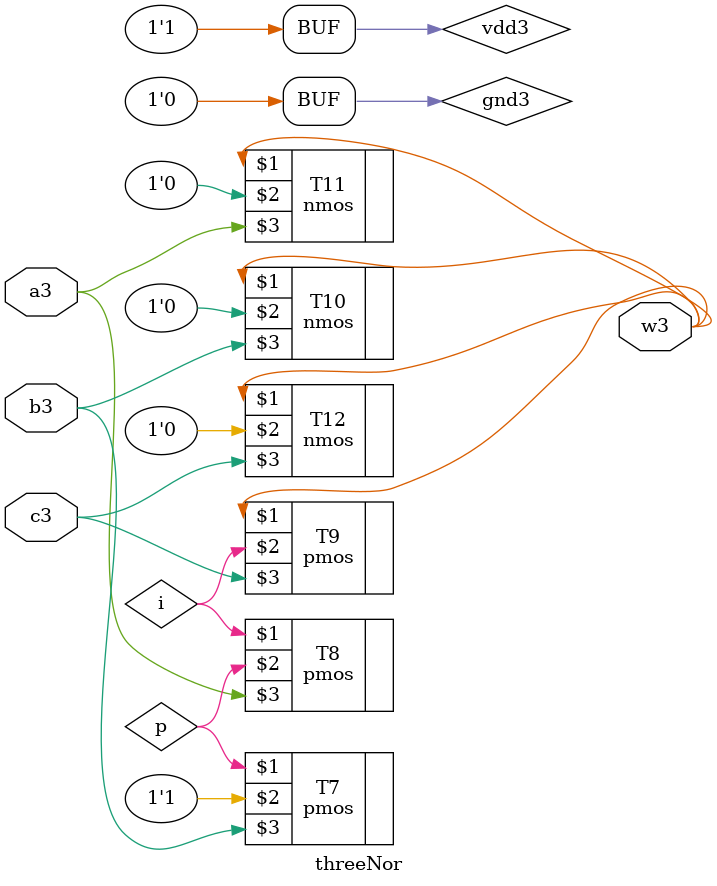
<source format=sv>
`timescale 1ns/1ns

module threeNor(input a3, b3, c3, output w3);

  supply1 vdd3;
  supply0 gnd3;
  logic i, p;
  pmos #(5, 6, 7)T7(p, vdd3, b3);
  pmos #(5, 6, 7)T8(i, p, a3);
  pmos #(5, 6, 7)T9(w3, i, c3);
  nmos #(3, 4, 5)T10(w3, gnd3, b3);
  nmos #(3, 4, 5)T11(w3, gnd3, a3);
  nmos #(3, 4, 5)T12(w3, gnd3, c3);
  
endmodule
</source>
